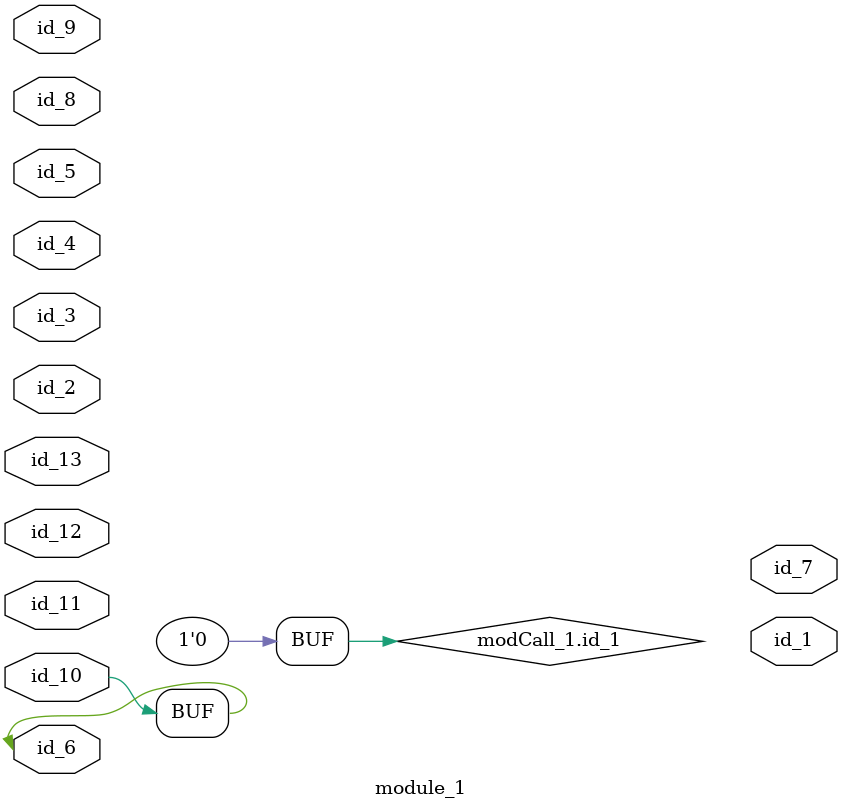
<source format=v>
module module_0;
  assign id_1 = 1 == {id_1, id_1, id_1 == 1};
  assign id_1 = 1 << id_1;
endmodule
module module_1 (
    id_1,
    id_2,
    id_3,
    id_4,
    id_5,
    id_6,
    id_7,
    id_8,
    id_9,
    id_10,
    id_11,
    id_12,
    id_13
);
  inout wire id_13;
  input wire id_12;
  input wire id_11;
  inout wire id_10;
  input wire id_9;
  inout wire id_8;
  output wire id_7;
  inout wire id_6;
  input wire id_5;
  input wire id_4;
  input wire id_3;
  inout wire id_2;
  output wire id_1;
  wire id_14;
  wire id_15;
  assign id_10 = &id_6;
  module_0 modCall_1 ();
  assign modCall_1.id_1 = 0;
endmodule

</source>
